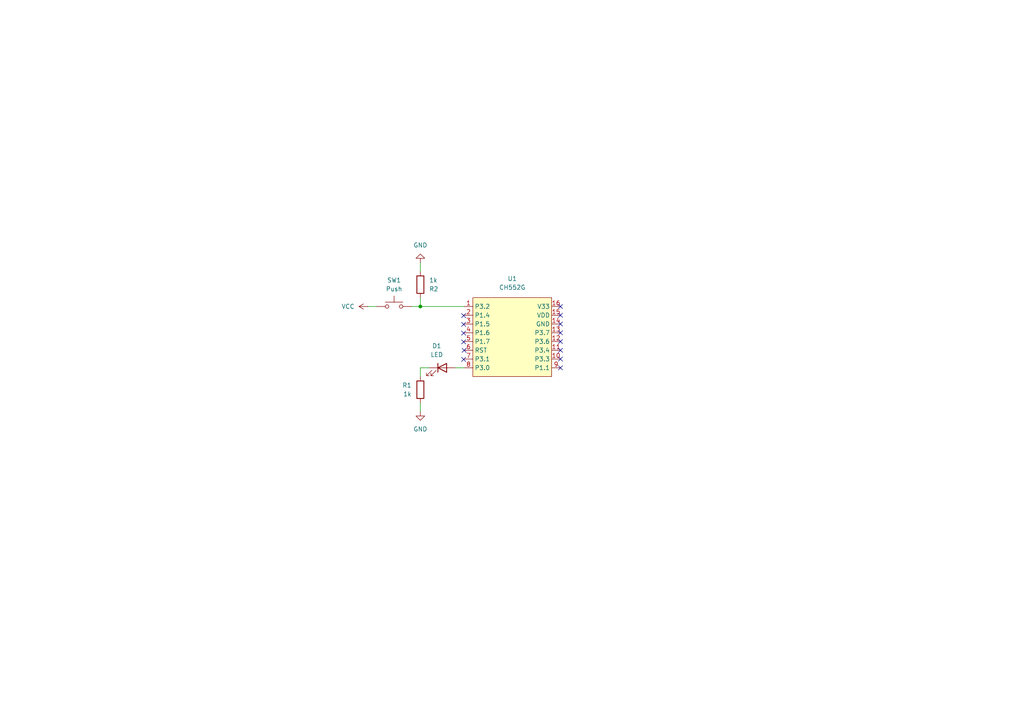
<source format=kicad_sch>
(kicad_sch (version 20231120) (generator "eeschema") (generator_version "8.0")
  (paper "A4")
  (title_block (title "CH552G Minimal Circuit") (date "2022-10-30") (rev "1.0") (company "Nicola Strappazzon C"))
  (lib_symbols
    (symbol "Device:LED" (pin_numbers hide) (pin_names (offset 1.016) hide)
      (property "Reference" "D" (at 0 2.54 0))
      (property "Value" "LED" (at 0 -2.54 0))
      (symbol "LED_0_1"
        (polyline (pts (xy -1.27 -1.27) (xy -1.27 1.27)) (stroke (width 0.254)))
        (polyline (pts (xy -1.27 0) (xy 1.27 0)))
        (polyline (pts (xy 1.27 -1.27) (xy 1.27 1.27) (xy -1.27 0) (xy 1.27 -1.27)) (stroke (width 0.254)))
        (polyline (pts (xy -3.048 -0.762) (xy -4.572 -2.286) (xy -3.81 -2.286) (xy -4.572 -2.286) (xy -4.572 -1.524)))
        (polyline (pts (xy -1.778 -0.762) (xy -3.302 -2.286) (xy -2.54 -2.286) (xy -3.302 -2.286) (xy -3.302 -1.524)))
      )
      (symbol "LED_1_1"
        (pin passive line (at -3.81 0 0) (length 2.54) (name "K") (number "1"))
        (pin passive line (at 3.81 0 180) (length 2.54) (name "A") (number "2"))
      )
    )
    (symbol "Device:R" (pin_numbers hide) (pin_names (offset 0))
      (property "Reference" "R" (at 2.032 0 90))
      (property "Value" "R" (at 0 0 90))
      (symbol "R_0_1"
        (rectangle (start -1.016 -2.54) (end 1.016 2.54) (stroke (width 0.254)))
      )
      (symbol "R_1_1"
        (pin passive line (at 0 3.81 270) (length 1.27) (name "~") (number "1"))
        (pin passive line (at 0 -3.81 90) (length 1.27) (name "~") (number "2"))
      )
    )
    (symbol "Switch:SW_Push" (pin_numbers hide) (pin_names (offset 1.016) hide)
      (property "Reference" "SW" (at 1.27 2.54 0))
      (property "Value" "SW_Push" (at 0 -1.524 0))
      (symbol "SW_Push_0_1"
        (circle (center -2.032 0) (radius 0.508))
        (polyline (pts (xy 0 1.27) (xy 0 3.048)))
        (polyline (pts (xy 2.54 1.27) (xy -2.54 1.27)))
        (circle (center 2.032 0) (radius 0.508))
        (pin passive line (at -5.08 0 0) (length 2.54) (name "1") (number "1"))
        (pin passive line (at 5.08 0 180) (length 2.54) (name "2") (number "2"))
      )
    )
    (symbol "library:CH552G"
      (property "Reference" "U" (at 0 16.51 0))
      (property "Value" "CH552G" (at 0 13.97 0))
      (symbol "CH552G_0_1"
        (rectangle (start -11.43 11.43) (end 11.43 -11.43) (fill (type background)))
      )
      (symbol "CH552G_1_1"
        (pin passive line (at -13.97 8.89 0) (length 2.54) (name "P3.2") (number "1"))
        (pin passive line (at 13.97 -6.35 180) (length 2.54) (name "P3.3") (number "10"))
        (pin passive line (at 13.97 -3.81 180) (length 2.54) (name "P3.4") (number "11"))
        (pin passive line (at 13.97 -1.27 180) (length 2.54) (name "P3.6") (number "12"))
        (pin passive line (at 13.97 1.27 180) (length 2.54) (name "P3.7") (number "13"))
        (pin power_in line (at 13.97 3.81 180) (length 2.54) (name "GND") (number "14"))
        (pin power_in line (at 13.97 6.35 180) (length 2.54) (name "VDD") (number "15"))
        (pin power_out line (at 13.97 8.89 180) (length 2.54) (name "V33") (number "16"))
        (pin passive line (at -13.97 6.35 0) (length 2.54) (name "P1.4") (number "2"))
        (pin passive line (at -13.97 3.81 0) (length 2.54) (name "P1.5") (number "3"))
        (pin passive line (at -13.97 1.27 0) (length 2.54) (name "P1.6") (number "4"))
        (pin passive line (at -13.97 -1.27 0) (length 2.54) (name "P1.7") (number "5"))
        (pin passive line (at -13.97 -3.81 0) (length 2.54) (name "RST") (number "6"))
        (pin passive line (at -13.97 -6.35 0) (length 2.54) (name "P3.1") (number "7"))
        (pin passive line (at -13.97 -8.89 0) (length 2.54) (name "P3.0") (number "8"))
        (pin passive line (at 13.97 -8.89 180) (length 2.54) (name "P1.1") (number "9"))
      )
    )
    (symbol "power:GND" (power) (pin_names (offset 0))
      (property "Value" "GND" (at 0 -3.81 0))
      (symbol "GND_0_1"
        (polyline (pts (xy 0 0) (xy 0 -1.27) (xy 1.27 -1.27) (xy 0 -2.54) (xy -1.27 -1.27) (xy 0 -1.27)))
      )
      (symbol "GND_1_1"
        (pin power_in line (at 0 0 270) (length 0) hide (name "GND") (number "1"))
      )
    )
    (symbol "power:VCC" (power) (pin_numbers hide) (pin_names (offset 0) hide)
      (property "Value" "VCC" (at 0 3.556 0))
      (symbol "VCC_0_1"
        (polyline (pts (xy -0.762 1.27) (xy 0 2.54)))
        (polyline (pts (xy 0 0) (xy 0 2.54)))
        (polyline (pts (xy 0 2.54) (xy 0.762 1.27)))
      )
      (symbol "VCC_1_1"
        (pin power_in line (at 0 0 90) (length 0) (name "~") (number "1"))
      )
    )
  )
  (junction (at 121.92 88.9))
  (no_connect (at 162.56 93.98))
  (no_connect (at 162.56 104.14))
  (no_connect (at 162.56 99.06))
  (no_connect (at 162.56 101.6))
  (no_connect (at 162.56 88.9))
  (no_connect (at 134.4676 104.2416))
  (no_connect (at 134.4676 94.0816))
  (no_connect (at 134.4676 96.6216))
  (no_connect (at 134.4676 99.1616))
  (no_connect (at 134.4676 91.5416))
  (no_connect (at 134.62 101.6))
  (no_connect (at 162.56 91.44))
  (no_connect (at 162.56 106.68))
  (no_connect (at 162.56 96.52))
  (wire (pts (xy 124.46 106.68) (xy 121.92 106.68)))
  (wire (pts (xy 119.38 88.9) (xy 121.92 88.9)))
  (wire (pts (xy 121.92 116.84) (xy 121.92 119.38)))
  (wire (pts (xy 132.08 106.68) (xy 134.62 106.68)))
  (wire (pts (xy 121.92 106.68) (xy 121.92 109.22)))
  (wire (pts (xy 121.92 88.9) (xy 134.62 88.9)))
  (wire (pts (xy 121.92 76.2) (xy 121.92 78.74)))
  (wire (pts (xy 106.68 88.9) (xy 109.22 88.9)))
  (wire (pts (xy 121.92 86.36) (xy 121.92 88.9)))
  (symbol (lib_id "power:GND") (at 121.92 119.38 0) (unit 1)
    (property "Reference" "#PWR02" (effects (hide yes)))
    (property "Value" "GND" (at 121.92 124.46 0))
  )
  (symbol (lib_id "Switch:SW_Push") (at 114.3 88.9 0) (unit 1)
    (property "Reference" "SW1" (at 114.3 81.28 0))
    (property "Value" "Push" (at 114.3 83.82 0))
    (property "Description" "Push button switch, generic, two pins" (effects (hide yes)))
  )
  (symbol (lib_id "Device:R") (at 121.92 82.55 0) (mirror y) (unit 1)
    (property "Reference" "R2" (at 124.46 83.82 0) (effects (justify right)))
    (property "Value" "1k" (at 124.46 81.28 0) (effects (justify right)))
  )
  (symbol (lib_id "Device:LED") (at 128.27 106.68 0) (unit 1)
    (property "Reference" "D1" (at 126.6825 100.33 0))
    (property "Value" "LED" (at 126.6825 102.87 0))
  )
  (symbol (lib_id "Device:R") (at 121.92 113.03 0) (mirror x) (unit 1)
    (property "Reference" "R1" (at 119.38 111.76 0) (effects (justify right)))
    (property "Value" "1k" (at 119.38 114.3 0) (effects (justify right)))
  )
  (symbol (lib_id "power:VCC") (at 106.68 88.9 90) (unit 1)
    (property "Reference" "#PWR03" (effects (hide yes)))
    (property "Value" "VCC" (at 102.87 88.8999 90) (effects (justify left)))
    (property "Description" "Power symbol creates a global label with name \"VCC\"" (effects (hide yes)))
  )
  (symbol (lib_id "power:GND") (at 121.92 76.2 180) (unit 1)
    (property "Reference" "#PWR01" (effects (hide yes)))
    (property "Value" "GND" (at 121.92 71.12 0))
  )
  (symbol (lib_id "library:CH552G") (at 148.59 97.79 0) (unit 1)
    (property "Reference" "U1" (at 148.59 80.8228 0))
    (property "Value" "CH552G" (at 148.59 83.3628 0))
    (property "Footprint" "Package_SO:SOIC-16W_5.3x10.2mm_P1.27mm" (effects (hide yes)))
  )
)
</source>
